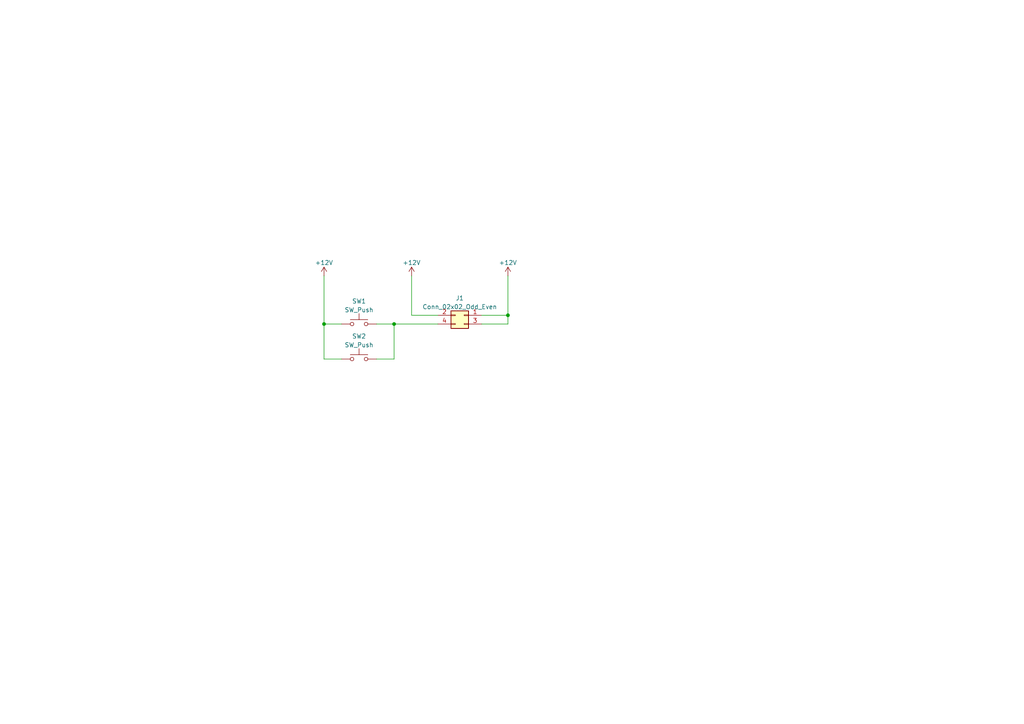
<source format=kicad_sch>
(kicad_sch (version 20230121) (generator eeschema)
  (paper "A4")
  (lib_symbols
    (symbol "Connector_Generic:Conn_02x02_Odd_Even" (pin_names (offset 1.016) hide)
      (property "Reference" "J" (at 1.27 2.54 0))
      (property "Value" "Conn_02x02_Odd_Even" (at 1.27 -5.08 0))
      (symbol "Conn_02x02_Odd_Even_1_1"
        (rectangle (start -1.27 -2.413) (end 0 -2.667) (stroke (width 0.1524)))
        (rectangle (start -1.27 0.127) (end 0 -0.127) (stroke (width 0.1524)))
        (rectangle (start -1.27 1.27) (end 3.81 -3.81) (stroke (width 0.254)) (fill (type background)))
        (rectangle (start 3.81 -2.413) (end 2.54 -2.667) (stroke (width 0.1524)))
        (rectangle (start 3.81 0.127) (end 2.54 -0.127) (stroke (width 0.1524)))
        (pin passive line (at -5.08 0 0) (length 3.81) (name "Pin_1") (number "1"))
        (pin passive line (at 7.62 0 180) (length 3.81) (name "Pin_2") (number "2"))
        (pin passive line (at -5.08 -2.54 0) (length 3.81) (name "Pin_3") (number "3"))
        (pin passive line (at 7.62 -2.54 180) (length 3.81) (name "Pin_4") (number "4"))
      )
    )
    (symbol "Switch:SW_Push" (pin_numbers hide) (pin_names (offset 1.016) hide)
      (property "Reference" "SW" (at 1.27 2.54 0))
      (property "Value" "SW_Push" (at 0 -1.524 0))
      (symbol "SW_Push_0_1"
        (circle (center -2.032 0) (radius 0.508))
        (polyline (pts (xy 0 1.27) (xy 0 3.048)))
        (polyline (pts (xy 2.54 1.27) (xy -2.54 1.27)))
        (circle (center 2.032 0) (radius 0.508))
        (pin passive line (at -5.08 0 0) (length 2.54) (name "1") (number "1"))
        (pin passive line (at 5.08 0 180) (length 2.54) (name "2") (number "2"))
      )
    )
    (symbol "power:+12V" (power) (pin_names (offset 0))
      (property "Value" "+12V" (at 0 3.556 0))
      (symbol "+12V_0_1"
        (polyline (pts (xy -0.762 1.27) (xy 0 2.54)))
        (polyline (pts (xy 0 0) (xy 0 2.54)))
        (polyline (pts (xy 0 2.54) (xy 0.762 1.27)))
      )
      (symbol "+12V_1_1"
        (pin power_in line (at 0 0 90) (length 0) hide (name "+12V") (number "1"))
      )
    )
  )
  (junction (at 114.3 93.98))
  (junction (at 147.32 91.44))
  (junction (at 93.98 93.98))
  (wire (pts (xy 99.06 104.14) (xy 93.98 104.14)))
  (wire (pts (xy 93.98 104.14) (xy 93.98 93.98)))
  (wire (pts (xy 99.06 93.98) (xy 93.98 93.98)))
  (wire (pts (xy 147.32 80.01) (xy 147.32 91.44)))
  (wire (pts (xy 119.38 91.44) (xy 127 91.44)))
  (wire (pts (xy 114.3 104.14) (xy 114.3 93.98)))
  (wire (pts (xy 139.7 91.44) (xy 147.32 91.44)))
  (wire (pts (xy 147.32 91.44) (xy 147.32 93.98)))
  (wire (pts (xy 93.98 80.01) (xy 93.98 93.98)))
  (wire (pts (xy 109.22 93.98) (xy 114.3 93.98)))
  (wire (pts (xy 109.22 104.14) (xy 114.3 104.14)))
  (wire (pts (xy 119.38 80.01) (xy 119.38 91.44)))
  (wire (pts (xy 139.7 93.98) (xy 147.32 93.98)))
  (wire (pts (xy 114.3 93.98) (xy 127 93.98)))
  (symbol (lib_id "Connector_Generic:Conn_02x02_Odd_Even") (at 134.62 91.44 0) (mirror y) (unit 1)
    (property "Reference" "J1" (at 133.35 86.4702 0))
    (property "Value" "Conn_02x02_Odd_Even" (at 133.35 89.0071 0))
  )
  (symbol (lib_id "Switch:SW_Push") (at 104.14 104.14 0) (mirror y) (unit 1)
    (property "Reference" "SW2" (at 104.14 97.5192 0))
    (property "Value" "SW_Push" (at 104.14 100.0561 0))
  )
  (symbol (lib_id "power:+12V") (at 119.38 80.01 0) (unit 1)
    (property "Reference" "#PWR01" (effects hide))
    (property "Value" "+12V" (at 119.38 76.2 0))
  )
  (symbol (lib_id "power:+12V") (at 93.98 80.01 0) (unit 1)
    (property "Reference" "#PWR03" (effects hide))
    (property "Value" "+12V" (at 93.98 76.2 0))
  )
  (symbol (lib_id "power:+12V") (at 147.32 80.01 0) (unit 1)
    (property "Reference" "#PWR02" (effects hide))
    (property "Value" "+12V" (at 147.32 76.2 0))
  )
  (symbol (lib_id "Switch:SW_Push") (at 104.14 93.98 0) (mirror y) (unit 1)
    (property "Reference" "SW1" (at 104.14 87.3592 0))
    (property "Value" "SW_Push" (at 104.14 89.8961 0))
  )
)
</source>
